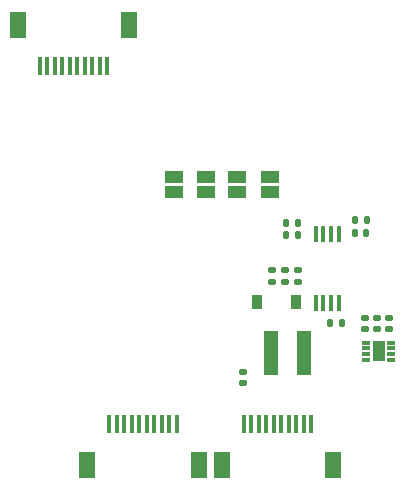
<source format=gbs>
G04 #@! TF.GenerationSoftware,KiCad,Pcbnew,7.0.2*
G04 #@! TF.CreationDate,2023-06-06T15:19:24-04:00*
G04 #@! TF.ProjectId,ExternalFaces,45787465-726e-4616-9c46-616365732e6b,rev?*
G04 #@! TF.SameCoordinates,Original*
G04 #@! TF.FileFunction,Soldermask,Bot*
G04 #@! TF.FilePolarity,Negative*
%FSLAX46Y46*%
G04 Gerber Fmt 4.6, Leading zero omitted, Abs format (unit mm)*
G04 Created by KiCad (PCBNEW 7.0.2) date 2023-06-06 15:19:24*
%MOMM*%
%LPD*%
G01*
G04 APERTURE LIST*
G04 Aperture macros list*
%AMRoundRect*
0 Rectangle with rounded corners*
0 $1 Rounding radius*
0 $2 $3 $4 $5 $6 $7 $8 $9 X,Y pos of 4 corners*
0 Add a 4 corners polygon primitive as box body*
4,1,4,$2,$3,$4,$5,$6,$7,$8,$9,$2,$3,0*
0 Add four circle primitives for the rounded corners*
1,1,$1+$1,$2,$3*
1,1,$1+$1,$4,$5*
1,1,$1+$1,$6,$7*
1,1,$1+$1,$8,$9*
0 Add four rect primitives between the rounded corners*
20,1,$1+$1,$2,$3,$4,$5,0*
20,1,$1+$1,$4,$5,$6,$7,0*
20,1,$1+$1,$6,$7,$8,$9,0*
20,1,$1+$1,$8,$9,$2,$3,0*%
G04 Aperture macros list end*
%ADD10RoundRect,0.135000X0.185000X-0.135000X0.185000X0.135000X-0.185000X0.135000X-0.185000X-0.135000X0*%
%ADD11R,1.500000X1.000000*%
%ADD12R,0.380000X1.520000*%
%ADD13R,1.400000X2.290000*%
%ADD14RoundRect,0.140000X-0.140000X-0.170000X0.140000X-0.170000X0.140000X0.170000X-0.140000X0.170000X0*%
%ADD15RoundRect,0.140000X0.170000X-0.140000X0.170000X0.140000X-0.170000X0.140000X-0.170000X-0.140000X0*%
%ADD16R,0.700000X0.300000*%
%ADD17R,1.000000X1.700000*%
%ADD18R,0.450000X1.475000*%
%ADD19RoundRect,0.135000X0.135000X0.185000X-0.135000X0.185000X-0.135000X-0.185000X0.135000X-0.185000X0*%
%ADD20RoundRect,0.140000X-0.170000X0.140000X-0.170000X-0.140000X0.170000X-0.140000X0.170000X0.140000X0*%
%ADD21RoundRect,0.140000X0.140000X0.170000X-0.140000X0.170000X-0.140000X-0.170000X0.140000X-0.170000X0*%
%ADD22R,1.200000X3.700000*%
%ADD23R,0.900000X1.200000*%
G04 APERTURE END LIST*
D10*
X135900000Y-100010000D03*
X135900000Y-98990000D03*
D11*
X125450000Y-92400000D03*
X125450000Y-91100000D03*
D12*
X120577500Y-112070000D03*
X119942500Y-112070000D03*
X121847500Y-112070000D03*
X121212500Y-112070000D03*
X123117500Y-112070000D03*
X122482500Y-112070000D03*
X124387500Y-112070000D03*
X123752500Y-112070000D03*
X125657500Y-112070000D03*
X125022500Y-112070000D03*
D13*
X127510000Y-115500000D03*
X118090000Y-115500000D03*
D14*
X140745000Y-95838000D03*
X141705000Y-95838000D03*
D15*
X142618750Y-104017500D03*
X142618750Y-103057500D03*
D16*
X143818750Y-105150000D03*
X143818750Y-105650000D03*
X143818750Y-106150000D03*
X143818750Y-106650000D03*
X141718750Y-106650000D03*
X141718750Y-106150000D03*
X141718750Y-105650000D03*
X141718750Y-105150000D03*
D17*
X142768750Y-105900000D03*
D15*
X134800000Y-99980000D03*
X134800000Y-99020000D03*
D18*
X139375000Y-101838000D03*
X138725000Y-101838000D03*
X138075000Y-101838000D03*
X137425000Y-101838000D03*
X137425000Y-95962000D03*
X138075000Y-95962000D03*
X138725000Y-95962000D03*
X139375000Y-95962000D03*
D19*
X141725000Y-94738000D03*
X140705000Y-94738000D03*
D12*
X131977500Y-112070000D03*
X131342500Y-112070000D03*
X133247500Y-112070000D03*
X132612500Y-112070000D03*
X134517500Y-112070000D03*
X133882500Y-112070000D03*
X135787500Y-112070000D03*
X135152500Y-112070000D03*
X137057500Y-112070000D03*
X136422500Y-112070000D03*
D13*
X138910000Y-115500000D03*
X129490000Y-115500000D03*
D19*
X135955000Y-95000000D03*
X134935000Y-95000000D03*
D20*
X131300000Y-107620000D03*
X131300000Y-108580000D03*
D11*
X133550000Y-92400000D03*
X133550000Y-91100000D03*
D15*
X141618750Y-104017500D03*
X141618750Y-103057500D03*
D21*
X135905000Y-96038000D03*
X134945000Y-96038000D03*
D11*
X130750000Y-92400000D03*
X130750000Y-91100000D03*
D22*
X136400000Y-106000000D03*
X133600000Y-106000000D03*
D11*
X128150000Y-92400000D03*
X128150000Y-91100000D03*
D15*
X133700000Y-99980000D03*
X133700000Y-99020000D03*
D20*
X143618750Y-103070000D03*
X143618750Y-104030000D03*
D23*
X135750000Y-101700000D03*
X132450000Y-101700000D03*
D19*
X139610000Y-103500000D03*
X138590000Y-103500000D03*
D12*
X119140000Y-81730000D03*
X119775000Y-81730000D03*
X117870000Y-81730000D03*
X118505000Y-81730000D03*
X116600000Y-81730000D03*
X117235000Y-81730000D03*
X115330000Y-81730000D03*
X115965000Y-81730000D03*
X114060000Y-81730000D03*
X114695000Y-81730000D03*
D13*
X112207500Y-78300000D03*
X121627500Y-78300000D03*
M02*

</source>
